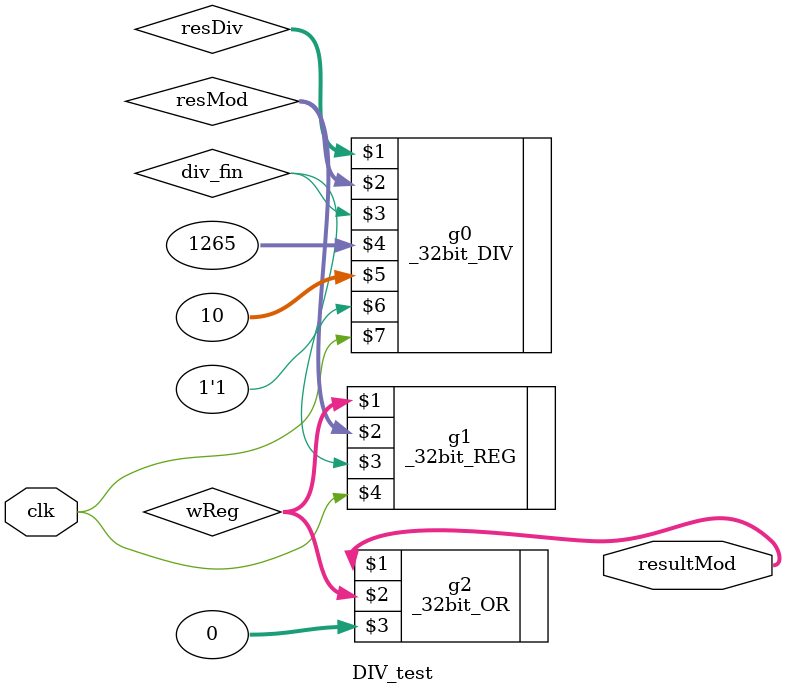
<source format=v>
module DIV_test(resultMod, clk);
output [31:0] resultMod;
input clk;

//=======================================================
//  REG/WIRE declarations
//=======================================================

wire [31:0] resDiv, resMod, wReg;
wire div_fin;

//=======================================================
//  Structural coding
//=======================================================

_32bit_DIV g0(resDiv , resMod, div_fin, 32'b00000000000000000000010011110001, 32'b00000000000000000000000000001010, 1'b1, clk);

_32bit_REG g1(wReg, resMod, div_fin, clk);

_32bit_OR g2(resultMod, wReg, 32'd0);

endmodule

</source>
